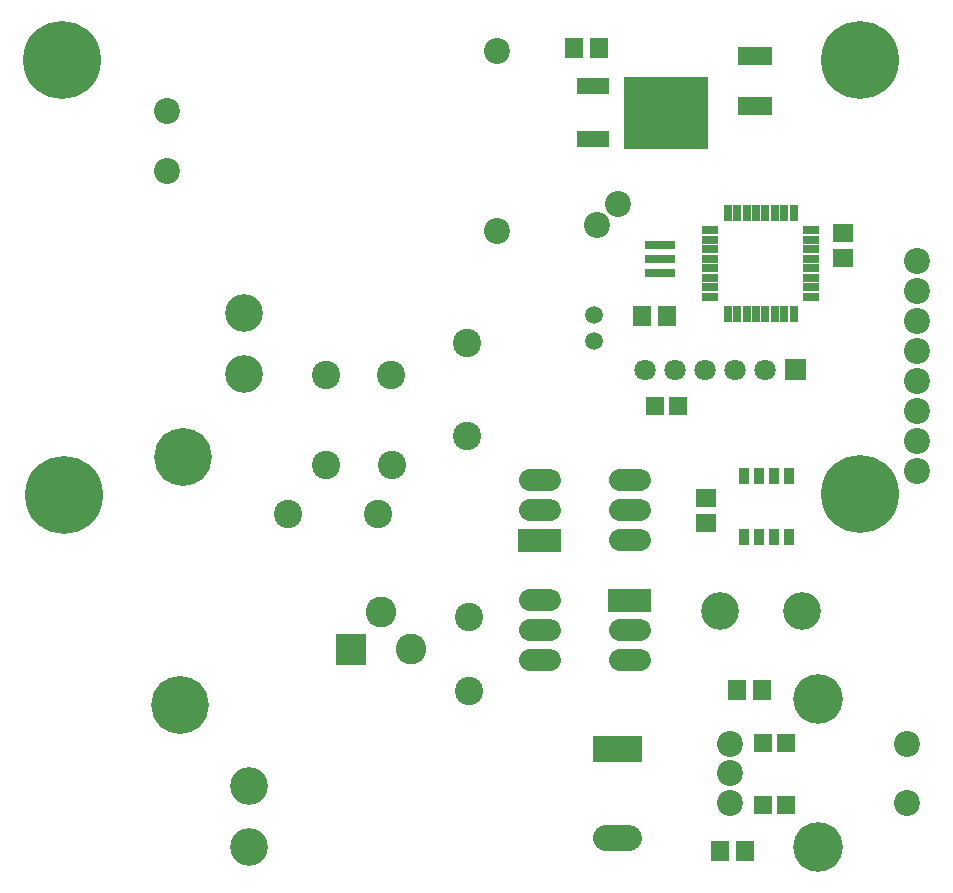
<source format=gbr>
%FSLAX34Y34*%
%MOMM*%
%LNSOLDERMASK_BOTTOM*%
G71*
G01*
%ADD10R,1.470X0.759*%
%ADD11R,0.759X1.470*%
%ADD12C,1.800*%
%ADD13R,1.500X1.800*%
%ADD14R,2.500X0.800*%
%ADD15C,1.500*%
%ADD16R,2.990X1.580*%
%ADD17R,7.200X6.200*%
%ADD18R,2.740X1.470*%
%ADD19R,1.800X1.500*%
%ADD20C,1.900*%
%ADD21C,2.400*%
%ADD22C,3.200*%
%ADD23C,2.600*%
%ADD24C,4.900*%
%ADD25C,2.200*%
%ADD26C,4.200*%
%ADD27R,0.850X1.470*%
%ADD28C,2.200*%
%ADD29R,1.500X1.600*%
%ADD30C,6.600*%
%ADD31C,0.800*%
%LPD*%
X582263Y499914D02*
G54D10*
D03*
X582263Y507915D02*
G54D10*
D03*
X582263Y515916D02*
G54D10*
D03*
X582263Y523917D02*
G54D10*
D03*
X582263Y531918D02*
G54D10*
D03*
X582263Y539919D02*
G54D10*
D03*
X582263Y547920D02*
G54D10*
D03*
X582263Y555921D02*
G54D10*
D03*
X668115Y555921D02*
G54D10*
D03*
X668115Y547920D02*
G54D10*
D03*
X668115Y539919D02*
G54D10*
D03*
X668115Y531918D02*
G54D10*
D03*
X668115Y523917D02*
G54D10*
D03*
X668115Y515916D02*
G54D10*
D03*
X668115Y507915D02*
G54D10*
D03*
X668115Y499914D02*
G54D10*
D03*
X653180Y484979D02*
G54D11*
D03*
X645179Y484979D02*
G54D11*
D03*
X637178Y484979D02*
G54D11*
D03*
X629176Y484979D02*
G54D11*
D03*
X621176Y484979D02*
G54D11*
D03*
X613174Y484979D02*
G54D11*
D03*
X605174Y484979D02*
G54D11*
D03*
X597172Y484979D02*
G54D11*
D03*
X597172Y570831D02*
G54D11*
D03*
X605174Y570831D02*
G54D11*
D03*
X613174Y570831D02*
G54D11*
D03*
X621176Y570831D02*
G54D11*
D03*
X629176Y570831D02*
G54D11*
D03*
X637178Y570831D02*
G54D11*
D03*
X645179Y570831D02*
G54D11*
D03*
X653180Y570831D02*
G54D11*
D03*
G36*
X663526Y446918D02*
X663526Y428918D01*
X645526Y428918D01*
X645526Y446918D01*
X663526Y446918D01*
G37*
X629127Y437918D02*
G54D12*
D03*
X603726Y437919D02*
G54D12*
D03*
X578326Y437919D02*
G54D12*
D03*
X552926Y437919D02*
G54D12*
D03*
X527526Y437919D02*
G54D12*
D03*
X545824Y483620D02*
G54D13*
D03*
X524443Y483620D02*
G54D13*
D03*
X540318Y543547D02*
G54D14*
D03*
X540318Y531641D02*
G54D14*
D03*
X539921Y519735D02*
G54D14*
D03*
X483962Y484413D02*
G54D15*
D03*
X484334Y462214D02*
G54D15*
D03*
X620263Y703898D02*
G54D16*
D03*
X620264Y661618D02*
G54D16*
D03*
X544800Y655748D02*
G54D17*
D03*
X483309Y678048D02*
G54D18*
D03*
X483309Y633548D02*
G54D18*
D03*
X467037Y710144D02*
G54D13*
D03*
X488419Y710144D02*
G54D13*
D03*
X694676Y553842D02*
G54D19*
D03*
X694676Y532460D02*
G54D19*
D03*
G54D20*
X505675Y344234D02*
X522675Y344234D01*
G54D20*
X429475Y318834D02*
X446475Y318834D01*
G54D20*
X505675Y318834D02*
X522675Y318834D01*
G54D20*
X429475Y344234D02*
X446475Y344234D01*
G54D20*
X505675Y293434D02*
X522675Y293434D01*
G54D20*
X429475Y191834D02*
X446475Y191834D01*
G54D20*
X505675Y217234D02*
X522675Y217234D01*
G54D20*
X429475Y217234D02*
X446475Y217234D01*
G54D20*
X505675Y191834D02*
X522675Y191834D01*
G54D20*
X429475Y242634D02*
X446475Y242634D01*
X225250Y315659D02*
G54D21*
D03*
X257000Y356934D02*
G54D21*
D03*
X312959Y356934D02*
G54D21*
D03*
X376447Y381780D02*
G54D21*
D03*
X257000Y433134D02*
G54D21*
D03*
X312563Y433134D02*
G54D21*
D03*
X376447Y460361D02*
G54D21*
D03*
X301450Y315659D02*
G54D21*
D03*
G36*
X419975Y302934D02*
X455975Y302934D01*
X455975Y283934D01*
X419975Y283934D01*
X419975Y302934D01*
G37*
G36*
X496175Y252134D02*
X532175Y252134D01*
X532175Y233134D01*
X496175Y233134D01*
X496175Y252134D01*
G37*
X191829Y33906D02*
G54D22*
D03*
X191830Y85907D02*
G54D22*
D03*
G36*
X291199Y214202D02*
X291199Y188202D01*
X265199Y188202D01*
X265199Y214202D01*
X291199Y214202D01*
G37*
X303599Y232952D02*
G54D23*
D03*
X328999Y201202D02*
G54D23*
D03*
X136338Y363901D02*
G54D24*
D03*
X133163Y154351D02*
G54D24*
D03*
X660496Y233410D02*
G54D22*
D03*
X591032Y233411D02*
G54D22*
D03*
X378485Y228298D02*
G54D21*
D03*
X378485Y165598D02*
G54D21*
D03*
X598890Y121450D02*
G54D25*
D03*
X598890Y71450D02*
G54D25*
D03*
X598890Y96450D02*
G54D25*
D03*
X748890Y121450D02*
G54D25*
D03*
X748890Y71450D02*
G54D25*
D03*
X673890Y158950D02*
G54D26*
D03*
X673890Y33950D02*
G54D26*
D03*
X610714Y295938D02*
G54D27*
D03*
X623414Y295938D02*
G54D27*
D03*
X636114Y295937D02*
G54D27*
D03*
X648814Y295938D02*
G54D27*
D03*
X648814Y348325D02*
G54D27*
D03*
X636114Y348325D02*
G54D27*
D03*
X623414Y348325D02*
G54D27*
D03*
X610714Y348325D02*
G54D27*
D03*
X578964Y307894D02*
G54D19*
D03*
X578964Y329275D02*
G54D19*
D03*
X402235Y555825D02*
G54D25*
D03*
X402234Y708224D02*
G54D25*
D03*
X122834Y657425D02*
G54D25*
D03*
X122834Y606625D02*
G54D25*
D03*
G54D28*
X493856Y41222D02*
X513856Y41222D01*
G36*
X482856Y128221D02*
X524856Y128221D01*
X524856Y106221D01*
X482856Y106221D01*
X482856Y128221D01*
G37*
X627062Y122238D02*
G54D29*
D03*
X646856Y122238D02*
G54D29*
D03*
X627062Y69850D02*
G54D29*
D03*
X646856Y69850D02*
G54D29*
D03*
X604838Y166688D02*
G54D13*
D03*
X626218Y166688D02*
G54D13*
D03*
X590550Y30163D02*
G54D13*
D03*
X611931Y30163D02*
G54D13*
D03*
X709155Y332456D02*
G54D30*
D03*
X685154Y332456D02*
G54D31*
D03*
X692184Y349426D02*
G54D31*
D03*
X709155Y356456D02*
G54D31*
D03*
X726125Y349426D02*
G54D31*
D03*
X733154Y332456D02*
G54D31*
D03*
X726125Y315485D02*
G54D31*
D03*
X709155Y308456D02*
G54D31*
D03*
X692184Y315485D02*
G54D31*
D03*
X709612Y699962D02*
G54D30*
D03*
X685611Y699962D02*
G54D31*
D03*
X692640Y716933D02*
G54D31*
D03*
X709611Y723962D02*
G54D31*
D03*
X726582Y716933D02*
G54D31*
D03*
X733611Y699962D02*
G54D31*
D03*
X726582Y682991D02*
G54D31*
D03*
X709611Y675962D02*
G54D31*
D03*
X692640Y682991D02*
G54D31*
D03*
X757573Y352300D02*
G54D25*
D03*
X757573Y377700D02*
G54D25*
D03*
X757573Y403100D02*
G54D25*
D03*
X757573Y428500D02*
G54D25*
D03*
X757573Y453900D02*
G54D25*
D03*
X757573Y479300D02*
G54D25*
D03*
X757573Y504700D02*
G54D25*
D03*
X757573Y530100D02*
G54D25*
D03*
X34924Y331662D02*
G54D30*
D03*
X10923Y331662D02*
G54D31*
D03*
X17953Y348633D02*
G54D31*
D03*
X34924Y355662D02*
G54D31*
D03*
X51894Y348633D02*
G54D31*
D03*
X58924Y331662D02*
G54D31*
D03*
X51894Y314692D02*
G54D31*
D03*
X34924Y307662D02*
G54D31*
D03*
X17953Y314692D02*
G54D31*
D03*
X33336Y699962D02*
G54D30*
D03*
X9336Y699962D02*
G54D31*
D03*
X16366Y716933D02*
G54D31*
D03*
X33336Y723962D02*
G54D31*
D03*
X50306Y716933D02*
G54D31*
D03*
X57336Y699962D02*
G54D31*
D03*
X50306Y682992D02*
G54D31*
D03*
X33336Y675962D02*
G54D31*
D03*
X16366Y682992D02*
G54D31*
D03*
X187464Y433956D02*
G54D22*
D03*
X187464Y485957D02*
G54D22*
D03*
X504280Y578100D02*
G54D25*
D03*
X486319Y560139D02*
G54D25*
D03*
X535335Y407541D02*
G54D29*
D03*
X555129Y407541D02*
G54D29*
D03*
M02*

</source>
